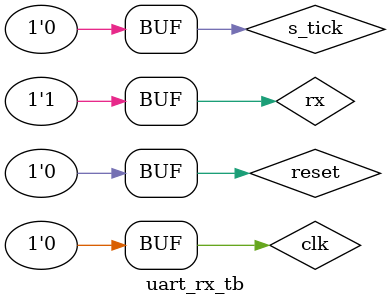
<source format=v>
module uart_rx_tb();
    localparam T = 10;
    parameter DBIT = 8;
    reg clk, reset;
    reg s_tick;
    wire [7:0] dout;
    wire rx_done_tick;
    reg rx;
    
    uart_rx  uart_rx_uut
	(
	.clk(clk),
	.reset(reset),
	.s_tick(s_tick),
	.dout(dout),
	.rx_done_tick(rx_done_tick),
	.rx(rx)
	);
    always 
      begin
        clk = 1'b1;
        #(T/2);
        clk = 1'b0;
        #(T/2);
      end
    initial
      begin
	    s_tick = 0;
        reset = 1'b1;
        #(T/2);
        reset = 1'b0;
      end
	always
      begin
        repeat(1000)
		  begin
		    #1630 s_tick = 1;
			#10   s_tick = 0;
		  end
      end
	  
	
    initial
      begin
        repeat(100)
		  begin
		    // idle 
		    rx = 1'b1;
			// start bit
	        #26080 rx = 1'b0;
			// data bit
		    #26080 rx = $random;
			#26080 rx = $random;
			#26080 rx = $random;
			#26080 rx = $random;
			#26080 rx = $random;
			#26080 rx = $random;
			#26080 rx = $random;
			#26080 rx = $random;
			// stop bit
			#26080 rx = 1'b1;
		  end
		
      end
    
endmodule
</source>
